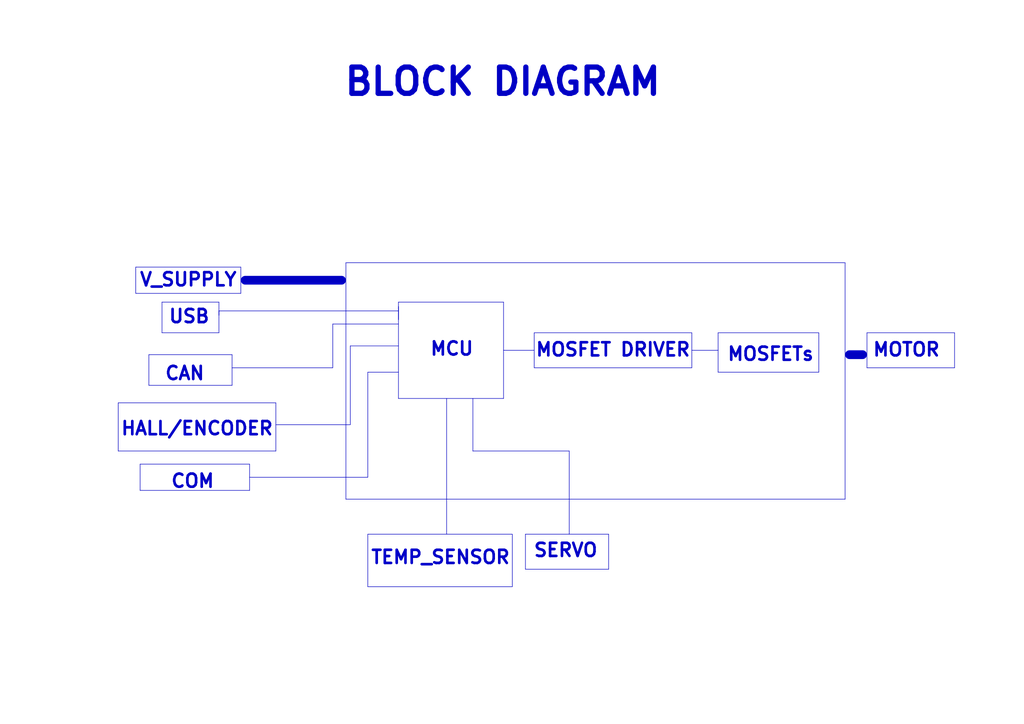
<source format=kicad_sch>
(kicad_sch
	(version 20231120)
	(generator "eeschema")
	(generator_version "8.0")
	(uuid "21be3c45-0622-479a-bde0-afe44de077b9")
	(paper "A4")
	(lib_symbols)
	(polyline
		(pts
			(xy 251.46 106.68) (xy 276.86 106.68)
		)
		(stroke
			(width 0)
			(type solid)
		)
		(uuid "0878ce55-c7d6-4fcb-980c-fe5bd3bb16e7")
	)
	(polyline
		(pts
			(xy 67.31 106.68) (xy 96.52 106.68)
		)
		(stroke
			(width 0)
			(type solid)
		)
		(uuid "0ac94fa2-e915-484d-a95a-87782fe51e8e")
	)
	(polyline
		(pts
			(xy 63.5 96.52) (xy 63.5 87.63)
		)
		(stroke
			(width 0)
			(type solid)
		)
		(uuid "0b406eaa-c9e9-48f6-921b-61121925fde9")
	)
	(polyline
		(pts
			(xy 67.31 111.76) (xy 67.31 102.87)
		)
		(stroke
			(width 0)
			(type solid)
		)
		(uuid "0ba69afe-e8f7-4f9c-99e8-9433c984dfed")
	)
	(polyline
		(pts
			(xy 72.39 142.24) (xy 72.39 134.62)
		)
		(stroke
			(width 0)
			(type solid)
		)
		(uuid "0fd57867-fc9e-4ed9-950c-fa6b31450b04")
	)
	(polyline
		(pts
			(xy 80.01 130.81) (xy 80.01 116.84)
		)
		(stroke
			(width 0)
			(type solid)
		)
		(uuid "11898679-d712-4432-8573-92638e683037")
	)
	(polyline
		(pts
			(xy 43.18 111.76) (xy 67.31 111.76)
		)
		(stroke
			(width 0)
			(type solid)
		)
		(uuid "1c008564-d8ed-431d-8baf-173e798278ea")
	)
	(polyline
		(pts
			(xy 165.1 154.94) (xy 165.1 130.81)
		)
		(stroke
			(width 0)
			(type solid)
		)
		(uuid "1f44294c-fc6a-453e-8e40-845c969425f5")
	)
	(polyline
		(pts
			(xy 146.05 115.57) (xy 146.05 87.63)
		)
		(stroke
			(width 0)
			(type solid)
		)
		(uuid "24d1c5bd-77e3-48ec-9b7d-4ae8b0da37e7")
	)
	(polyline
		(pts
			(xy 34.29 116.84) (xy 34.29 130.81)
		)
		(stroke
			(width 0)
			(type solid)
		)
		(uuid "2ca15a70-de0b-4c91-a18b-98959c5430ac")
	)
	(polyline
		(pts
			(xy 46.99 96.52) (xy 63.5 96.52)
		)
		(stroke
			(width 0)
			(type solid)
		)
		(uuid "3386e61a-e2d1-4cea-bb7f-df41a65185b4")
	)
	(polyline
		(pts
			(xy 129.54 115.57) (xy 129.54 154.94)
		)
		(stroke
			(width 0)
			(type solid)
		)
		(uuid "35b0c974-9930-421d-aee2-26d1fed14230")
	)
	(polyline
		(pts
			(xy 237.49 107.95) (xy 237.49 96.52)
		)
		(stroke
			(width 0)
			(type solid)
		)
		(uuid "3b8906a3-cc6b-4243-bf21-1f0ff48f3d2b")
	)
	(polyline
		(pts
			(xy 115.57 88.9) (xy 115.57 115.57)
		)
		(stroke
			(width 0)
			(type solid)
		)
		(uuid "3fafe8b8-e32f-44d7-b4ba-33aee21972d0")
	)
	(polyline
		(pts
			(xy 34.29 130.81) (xy 80.01 130.81)
		)
		(stroke
			(width 0)
			(type solid)
		)
		(uuid "40e64934-5654-49af-a08b-c6f59105371d")
	)
	(polyline
		(pts
			(xy 39.37 77.47) (xy 39.37 85.09)
		)
		(stroke
			(width 0)
			(type solid)
		)
		(uuid "41761a7b-4631-42ca-abd2-ed06294c6b41")
	)
	(polyline
		(pts
			(xy 106.68 154.94) (xy 148.59 154.94)
		)
		(stroke
			(width 0)
			(type solid)
		)
		(uuid "4342db59-4bc7-4bfd-82a7-6b3115d93702")
	)
	(polyline
		(pts
			(xy 106.68 107.95) (xy 115.57 107.95)
		)
		(stroke
			(width 0)
			(type solid)
		)
		(uuid "436ee97b-5cf3-49cf-a54f-4d92efacc269")
	)
	(polyline
		(pts
			(xy 34.29 116.84) (xy 80.01 116.84)
		)
		(stroke
			(width 0)
			(type solid)
		)
		(uuid "443a146d-5941-4bfc-9e2f-1d12e172c3cc")
	)
	(polyline
		(pts
			(xy 101.6 123.19) (xy 101.6 100.33)
		)
		(stroke
			(width 0)
			(type solid)
		)
		(uuid "45f654e3-cc14-42ba-8873-6299e0aa9fe2")
	)
	(polyline
		(pts
			(xy 40.64 134.62) (xy 40.64 142.24)
		)
		(stroke
			(width 0)
			(type solid)
		)
		(uuid "48a9eacf-94dc-4f19-b0df-9cef9de44a3a")
	)
	(polyline
		(pts
			(xy 176.53 165.1) (xy 176.53 154.94)
		)
		(stroke
			(width 0)
			(type solid)
		)
		(uuid "49c52d18-79df-4fb7-902f-641d858195f4")
	)
	(polyline
		(pts
			(xy 43.18 102.87) (xy 43.18 111.76)
		)
		(stroke
			(width 0)
			(type solid)
		)
		(uuid "4e6d851b-ce9d-4bc7-a569-cc88de7e445d")
	)
	(polyline
		(pts
			(xy 96.52 93.98) (xy 115.57 93.98)
		)
		(stroke
			(width 0)
			(type solid)
		)
		(uuid "4e8f0c36-186e-47a2-a272-f6473aa889b6")
	)
	(polyline
		(pts
			(xy 106.68 154.94) (xy 106.68 170.18)
		)
		(stroke
			(width 0)
			(type solid)
		)
		(uuid "4f3e6489-f3ca-4554-bd47-a96155da48ce")
	)
	(polyline
		(pts
			(xy 154.94 96.52) (xy 200.66 96.52)
		)
		(stroke
			(width 0)
			(type solid)
		)
		(uuid "54678838-a8d3-467a-ad0d-9e00533ecb35")
	)
	(polyline
		(pts
			(xy 152.4 154.94) (xy 152.4 165.1)
		)
		(stroke
			(width 0)
			(type solid)
		)
		(uuid "55fa7867-2ca7-4d73-be42-2e3b849b6ab4")
	)
	(polyline
		(pts
			(xy 137.16 130.81) (xy 137.16 115.57)
		)
		(stroke
			(width 0)
			(type solid)
		)
		(uuid "58636fa2-a68d-4f14-ae2f-35079abd1816")
	)
	(polyline
		(pts
			(xy 40.64 142.24) (xy 72.39 142.24)
		)
		(stroke
			(width 0)
			(type solid)
		)
		(uuid "65749a0e-dc4d-4c82-89e4-852d5ba78a0c")
	)
	(polyline
		(pts
			(xy 69.85 85.09) (xy 69.85 77.47)
		)
		(stroke
			(width 0)
			(type solid)
		)
		(uuid "67c0e60a-2b57-4775-8d7b-e5f7f8c81053")
	)
	(polyline
		(pts
			(xy 106.68 170.18) (xy 148.59 170.18)
		)
		(stroke
			(width 0)
			(type solid)
		)
		(uuid "68e024cc-dff9-4b4d-a0c1-bb7e6cc3db0d")
	)
	(polyline
		(pts
			(xy 246.38 102.87) (xy 250.19 102.87)
		)
		(stroke
			(width 2.54)
			(type solid)
		)
		(uuid "69c4cba2-6607-408d-b889-f9ca30e16b4d")
	)
	(polyline
		(pts
			(xy 208.28 96.52) (xy 208.28 107.95)
		)
		(stroke
			(width 0)
			(type solid)
		)
		(uuid "6b2bcb84-a20a-4c63-90dc-a514e7338fe3")
	)
	(polyline
		(pts
			(xy 276.86 106.68) (xy 276.86 96.52)
		)
		(stroke
			(width 0)
			(type solid)
		)
		(uuid "71b4e638-29ed-47c1-9a55-201749dc3bb4")
	)
	(polyline
		(pts
			(xy 148.59 170.18) (xy 148.59 154.94)
		)
		(stroke
			(width 0)
			(type solid)
		)
		(uuid "754d37c5-7177-40ba-ad0d-c87dee84d6f9")
	)
	(polyline
		(pts
			(xy 154.94 106.68) (xy 200.66 106.68)
		)
		(stroke
			(width 0)
			(type solid)
		)
		(uuid "7785ca5d-e33a-4dde-8cac-ba1b67ccbcea")
	)
	(polyline
		(pts
			(xy 43.18 102.87) (xy 67.31 102.87)
		)
		(stroke
			(width 0)
			(type solid)
		)
		(uuid "7f040081-8114-4228-86cb-4a969a1044e4")
	)
	(polyline
		(pts
			(xy 115.57 115.57) (xy 146.05 115.57)
		)
		(stroke
			(width 0)
			(type solid)
		)
		(uuid "82c9e1f0-310a-4374-b681-d9182744db65")
	)
	(polyline
		(pts
			(xy 115.57 87.63) (xy 115.57 92.71)
		)
		(stroke
			(width 0)
			(type default)
		)
		(uuid "8565c0fa-0c5b-4aab-b770-e379ca19317d")
	)
	(polyline
		(pts
			(xy 80.01 123.19) (xy 101.6 123.19)
		)
		(stroke
			(width 0)
			(type solid)
		)
		(uuid "8865ca49-b238-4148-9195-ebf4fa695406")
	)
	(polyline
		(pts
			(xy 200.66 106.68) (xy 200.66 96.52)
		)
		(stroke
			(width 0)
			(type solid)
		)
		(uuid "8a093b64-2d76-43ce-b0c4-e409defbac63")
	)
	(polyline
		(pts
			(xy 115.57 90.17) (xy 63.5 90.17)
		)
		(stroke
			(width 0)
			(type default)
		)
		(uuid "8b4bcd29-c468-4f7c-83a8-195e84f31aeb")
	)
	(polyline
		(pts
			(xy 40.64 134.62) (xy 72.39 134.62)
		)
		(stroke
			(width 0)
			(type solid)
		)
		(uuid "9de07df5-83d5-4744-b7bd-572b8deff5ea")
	)
	(polyline
		(pts
			(xy 208.28 107.95) (xy 237.49 107.95)
		)
		(stroke
			(width 0)
			(type solid)
		)
		(uuid "a452b5ea-48dc-4270-afff-37aa33f27cd9")
	)
	(polyline
		(pts
			(xy 100.33 76.2) (xy 100.33 144.78)
		)
		(stroke
			(width 0)
			(type solid)
		)
		(uuid "a6f748fd-7890-47fb-bb4d-367ca1114e3b")
	)
	(polyline
		(pts
			(xy 200.66 101.6) (xy 208.28 101.6)
		)
		(stroke
			(width 0)
			(type default)
		)
		(uuid "a8333e75-5248-4980-8be6-e2dc11255cae")
	)
	(polyline
		(pts
			(xy 152.4 165.1) (xy 176.53 165.1)
		)
		(stroke
			(width 0)
			(type solid)
		)
		(uuid "a8467387-587f-46ee-a2f4-29bf6687d02e")
	)
	(polyline
		(pts
			(xy 72.39 138.43) (xy 106.68 138.43)
		)
		(stroke
			(width 0)
			(type solid)
		)
		(uuid "a958d9d0-865a-499f-ae18-5f19f8621efd")
	)
	(polyline
		(pts
			(xy 39.37 85.09) (xy 69.85 85.09)
		)
		(stroke
			(width 0)
			(type solid)
		)
		(uuid "a9750ab4-6e4e-4d56-9bc3-0195e42d9cf8")
	)
	(polyline
		(pts
			(xy 100.33 76.2) (xy 245.11 76.2)
		)
		(stroke
			(width 0)
			(type solid)
		)
		(uuid "b43bf3f0-b2a6-4964-a9df-085c919e1a26")
	)
	(polyline
		(pts
			(xy 71.12 81.28) (xy 99.06 81.28)
		)
		(stroke
			(width 2.54)
			(type solid)
		)
		(uuid "b5c8ceab-0078-4235-a440-2bf042ae39fd")
	)
	(polyline
		(pts
			(xy 46.99 87.63) (xy 63.5 87.63)
		)
		(stroke
			(width 0)
			(type solid)
		)
		(uuid "b7db62d7-0e2d-4141-a712-21e663fe2792")
	)
	(polyline
		(pts
			(xy 146.05 101.6) (xy 154.94 101.6)
		)
		(stroke
			(width 0)
			(type solid)
		)
		(uuid "bba8398f-7c20-4960-9199-895cd9d2f284")
	)
	(polyline
		(pts
			(xy 63.5 90.17) (xy 63.5 91.44)
		)
		(stroke
			(width 0)
			(type default)
		)
		(uuid "bf7c20c4-20eb-4e05-b982-b62ec4bca842")
	)
	(polyline
		(pts
			(xy 165.1 130.81) (xy 137.16 130.81)
		)
		(stroke
			(width 0)
			(type solid)
		)
		(uuid "c87fea28-4f9e-4b95-bc9a-4e752aa657c4")
	)
	(polyline
		(pts
			(xy 96.52 106.68) (xy 96.52 93.98)
		)
		(stroke
			(width 0)
			(type solid)
		)
		(uuid "cd5cb7d8-f9a3-4e19-ac76-a873b53411a8")
	)
	(polyline
		(pts
			(xy 39.37 77.47) (xy 69.85 77.47)
		)
		(stroke
			(width 0)
			(type solid)
		)
		(uuid "d5fa55d3-5c61-44b4-813f-864b93ed1d5e")
	)
	(polyline
		(pts
			(xy 152.4 154.94) (xy 176.53 154.94)
		)
		(stroke
			(width 0)
			(type solid)
		)
		(uuid "da1a7015-ee7c-4a78-96df-9453f7a1b9b8")
	)
	(polyline
		(pts
			(xy 251.46 96.52) (xy 276.86 96.52)
		)
		(stroke
			(width 0)
			(type solid)
		)
		(uuid "dbfcefd8-245c-4433-9fce-512473c1066a")
	)
	(polyline
		(pts
			(xy 46.99 87.63) (xy 46.99 96.52)
		)
		(stroke
			(width 0)
			(type solid)
		)
		(uuid "dd657402-f49c-46eb-8ecf-e5f0e5b6d230")
	)
	(polyline
		(pts
			(xy 154.94 96.52) (xy 154.94 106.68)
		)
		(stroke
			(width 0)
			(type solid)
		)
		(uuid "e5567b9d-55c6-4b6e-89a5-b6711998612c")
	)
	(polyline
		(pts
			(xy 100.33 144.78) (xy 245.11 144.78)
		)
		(stroke
			(width 0)
			(type solid)
		)
		(uuid "e819c026-cea2-425e-b2e8-8ce7065ad3ce")
	)
	(polyline
		(pts
			(xy 115.57 87.63) (xy 146.05 87.63)
		)
		(stroke
			(width 0)
			(type solid)
		)
		(uuid "eafd95ab-905e-44a2-abe3-e9a1175d1e7a")
	)
	(polyline
		(pts
			(xy 245.11 144.78) (xy 245.11 76.2)
		)
		(stroke
			(width 0)
			(type solid)
		)
		(uuid "ee0def9c-ab96-43b0-ab5c-e912798240de")
	)
	(polyline
		(pts
			(xy 106.68 138.43) (xy 106.68 107.95)
		)
		(stroke
			(width 0)
			(type solid)
		)
		(uuid "efd641fb-e350-4885-938b-7a0d05234cdd")
	)
	(polyline
		(pts
			(xy 208.28 96.52) (xy 237.49 96.52)
		)
		(stroke
			(width 0)
			(type solid)
		)
		(uuid "f673c9bc-abcb-4f26-977f-b00e1dfdf8b6")
	)
	(polyline
		(pts
			(xy 101.6 100.33) (xy 115.57 100.33)
		)
		(stroke
			(width 0)
			(type solid)
		)
		(uuid "f82a4929-0335-4f90-9e70-834e3ebc2d53")
	)
	(polyline
		(pts
			(xy 251.46 96.52) (xy 251.46 106.68)
		)
		(stroke
			(width 0)
			(type solid)
		)
		(uuid "fc2c59d7-4ebe-4e1b-83c2-b842c5699ed0")
	)
	(text "MOSFET DRIVER"
		(exclude_from_sim no)
		(at 177.8 101.6 0)
		(effects
			(font
				(size 3.81 3.81)
				(thickness 0.762)
				(bold yes)
			)
		)
		(uuid "1be81dbc-044e-409d-b0b4-dccc3aef0df8")
	)
	(text "V_SUPPLY"
		(exclude_from_sim no)
		(at 54.61 81.28 0)
		(effects
			(font
				(size 3.81 3.81)
				(thickness 0.762)
				(bold yes)
			)
		)
		(uuid "22f1f532-84c4-49f3-baaa-17742d11b431")
	)
	(text "USB\n"
		(exclude_from_sim no)
		(at 54.864 91.948 0)
		(effects
			(font
				(size 3.81 3.81)
				(thickness 0.762)
				(bold yes)
			)
		)
		(uuid "31f2b6e7-e27b-42de-8857-2508aafaea68")
	)
	(text "SERVO"
		(exclude_from_sim no)
		(at 164.084 159.766 0)
		(effects
			(font
				(size 3.81 3.81)
				(thickness 0.762)
				(bold yes)
			)
		)
		(uuid "4abf1959-2a5a-456b-99d2-4bc9d7402b80")
	)
	(text "TEMP_SENSOR"
		(exclude_from_sim no)
		(at 127.762 161.798 0)
		(effects
			(font
				(size 3.81 3.81)
				(thickness 0.762)
				(bold yes)
			)
		)
		(uuid "52c2e47f-fc1b-4bb3-8d29-93af026ee48c")
	)
	(text "CAN"
		(exclude_from_sim no)
		(at 53.594 108.458 0)
		(effects
			(font
				(size 3.81 3.81)
				(thickness 0.762)
				(bold yes)
			)
		)
		(uuid "7bd51c4d-5d7e-4201-ac8d-2bcffff305b9")
	)
	(text "MOSFETs"
		(exclude_from_sim no)
		(at 223.52 102.87 0)
		(effects
			(font
				(size 3.81 3.81)
				(thickness 0.762)
				(bold yes)
			)
		)
		(uuid "7f113c06-aed4-4e72-adf3-48467ab48b46")
	)
	(text "BLOCK DIAGRAM"
		(exclude_from_sim no)
		(at 145.796 23.876 0)
		(effects
			(font
				(size 7.62 7.62)
				(thickness 1.524)
				(bold yes)
			)
		)
		(uuid "9118d635-b541-4b90-aa01-9425b060ea98")
	)
	(text "HALL/ENCODER"
		(exclude_from_sim no)
		(at 57.15 124.46 0)
		(effects
			(font
				(size 3.81 3.81)
				(thickness 0.762)
				(bold yes)
			)
		)
		(uuid "a16b3d33-89c1-410d-9ae5-a81e8a8d9bd9")
	)
	(text "MCU"
		(exclude_from_sim no)
		(at 131.064 101.346 0)
		(effects
			(font
				(size 3.81 3.81)
				(thickness 0.762)
				(bold yes)
			)
		)
		(uuid "b6b861ef-1fd3-4e7d-8141-a1261c3a013b")
	)
	(text "COM"
		(exclude_from_sim no)
		(at 55.88 139.7 0)
		(effects
			(font
				(size 3.81 3.81)
				(thickness 0.762)
				(bold yes)
			)
		)
		(uuid "d2ed8986-eb8d-450e-964c-d6a0ed6a4f4a")
	)
	(text "MOTOR"
		(exclude_from_sim no)
		(at 262.89 101.6 0)
		(effects
			(font
				(size 3.81 3.81)
				(thickness 0.762)
				(bold yes)
			)
		)
		(uuid "eb4a1e6a-f3e1-459b-8bea-dbeb198317f2")
	)
)

</source>
